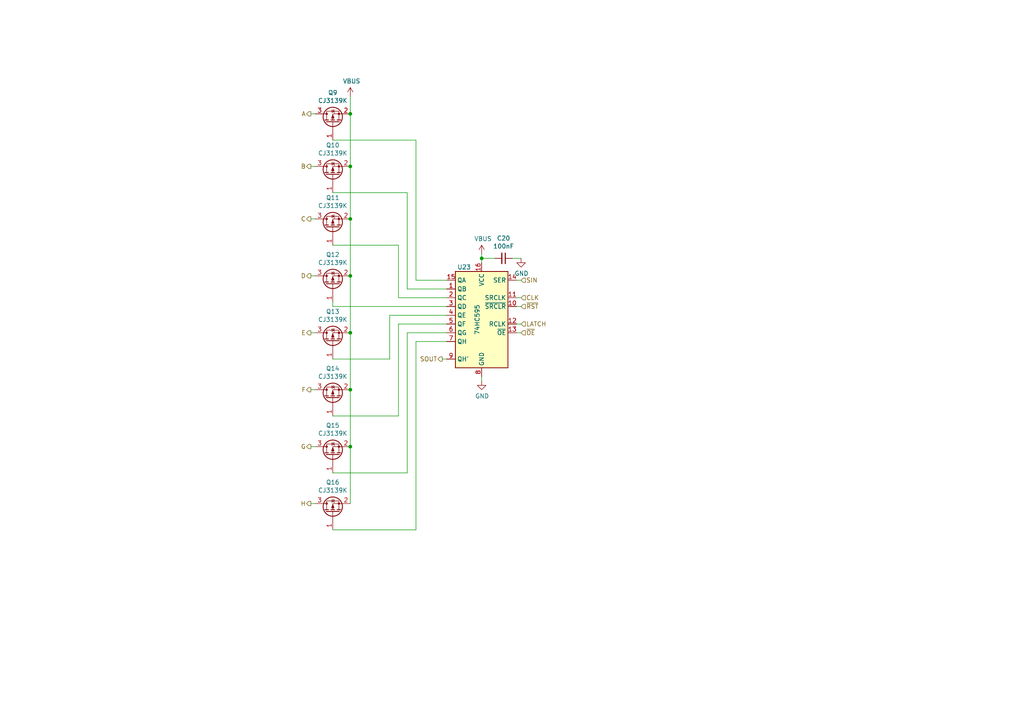
<source format=kicad_sch>
(kicad_sch (version 20211123) (generator eeschema)
  (paper "A4")
  (lib_symbols
    (symbol "74xx:74HC595"
      (property "Reference" "U" (at -7.62 13.97 0))
      (property "Value" "74HC595" (at -7.62 -16.51 0))
      (symbol "74HC595_1_0"
        (pin tri_state line (at 10.16 7.62 180) (length 2.54) (name "QB") (number "1"))
        (pin input line (at -10.16 2.54 0) (length 2.54) (name "~{SRCLR}") (number "10"))
        (pin input line (at -10.16 5.08 0) (length 2.54) (name "SRCLK") (number "11"))
        (pin input line (at -10.16 -2.54 0) (length 2.54) (name "RCLK") (number "12"))
        (pin input line (at -10.16 -5.08 0) (length 2.54) (name "~{OE}") (number "13"))
        (pin input line (at -10.16 10.16 0) (length 2.54) (name "SER") (number "14"))
        (pin tri_state line (at 10.16 10.16 180) (length 2.54) (name "QA") (number "15"))
        (pin power_in line (at 0 15.24 270) (length 2.54) (name "VCC") (number "16"))
        (pin tri_state line (at 10.16 5.08 180) (length 2.54) (name "QC") (number "2"))
        (pin tri_state line (at 10.16 2.54 180) (length 2.54) (name "QD") (number "3"))
        (pin tri_state line (at 10.16 0 180) (length 2.54) (name "QE") (number "4"))
        (pin tri_state line (at 10.16 -2.54 180) (length 2.54) (name "QF") (number "5"))
        (pin tri_state line (at 10.16 -5.08 180) (length 2.54) (name "QG") (number "6"))
        (pin tri_state line (at 10.16 -7.62 180) (length 2.54) (name "QH") (number "7"))
        (pin power_in line (at 0 -17.78 90) (length 2.54) (name "GND") (number "8"))
        (pin output line (at 10.16 -12.7 180) (length 2.54) (name "QH'") (number "9"))
      )
      (symbol "74HC595_1_1"
        (rectangle (start -7.62 12.7) (end 7.62 -15.24) (stroke (width 0.254)) (fill (type background)))
      )
    )
    (symbol "Device:C_Small" (pin_numbers hide) (pin_names (offset 0.254) hide)
      (property "Reference" "C" (at 0.254 1.778 0))
      (property "Value" "C_Small" (at 0.254 -2.032 0))
      (symbol "C_Small_0_1"
        (polyline (pts (xy -1.524 -0.508) (xy 1.524 -0.508)) (stroke (width 0.3302)))
        (polyline (pts (xy -1.524 0.508) (xy 1.524 0.508)) (stroke (width 0.3048)))
      )
      (symbol "C_Small_1_1"
        (pin passive line (at 0 2.54 270) (length 2.032) (name "~") (number "1"))
        (pin passive line (at 0 -2.54 90) (length 2.032) (name "~") (number "2"))
      )
    )
    (symbol "Transistor_FET:BSS84" (pin_names hide)
      (property "Reference" "Q" (at 5.08 1.905 0))
      (property "Value" "BSS84" (at 5.08 0 0))
      (symbol "BSS84_0_1"
        (polyline (pts (xy 0.254 0) (xy -2.54 0)))
        (polyline (pts (xy 0.254 1.905) (xy 0.254 -1.905)) (stroke (width 0.254)))
        (polyline (pts (xy 0.762 -1.27) (xy 0.762 -2.286)) (stroke (width 0.254)))
        (polyline (pts (xy 0.762 0.508) (xy 0.762 -0.508)) (stroke (width 0.254)))
        (polyline (pts (xy 0.762 2.286) (xy 0.762 1.27)) (stroke (width 0.254)))
        (polyline (pts (xy 2.54 2.54) (xy 2.54 1.778)))
        (polyline (pts (xy 2.54 -2.54) (xy 2.54 0) (xy 0.762 0)))
        (polyline (pts (xy 0.762 1.778) (xy 3.302 1.778) (xy 3.302 -1.778) (xy 0.762 -1.778)))
        (polyline (pts (xy 2.286 0) (xy 1.27 0.381) (xy 1.27 -0.381) (xy 2.286 0)) (fill (type outline)))
        (polyline (pts (xy 2.794 -0.508) (xy 2.921 -0.381) (xy 3.683 -0.381) (xy 3.81 -0.254)))
        (polyline (pts (xy 3.302 -0.381) (xy 2.921 0.254) (xy 3.683 0.254) (xy 3.302 -0.381)))
        (circle (center 1.651 0) (radius 2.794) (stroke (width 0.254)))
        (circle (center 2.54 -1.778) (radius 0.254) (fill (type outline)))
        (circle (center 2.54 1.778) (radius 0.254) (fill (type outline)))
      )
      (symbol "BSS84_1_1"
        (pin input line (at -5.08 0 0) (length 2.54) (name "G") (number "1"))
        (pin passive line (at 2.54 -5.08 90) (length 2.54) (name "S") (number "2"))
        (pin passive line (at 2.54 5.08 270) (length 2.54) (name "D") (number "3"))
      )
    )
    (symbol "power:GND" (power) (pin_names (offset 0))
      (property "Value" "GND" (at 0 -3.81 0))
      (symbol "GND_0_1"
        (polyline (pts (xy 0 0) (xy 0 -1.27) (xy 1.27 -1.27) (xy 0 -2.54) (xy -1.27 -1.27) (xy 0 -1.27)))
      )
      (symbol "GND_1_1"
        (pin power_in line (at 0 0 270) (length 0) hide (name "GND") (number "1"))
      )
    )
    (symbol "power:VBUS" (power) (pin_names (offset 0))
      (property "Value" "VBUS" (at 0 3.81 0))
      (symbol "VBUS_0_1"
        (polyline (pts (xy -0.762 1.27) (xy 0 2.54)))
        (polyline (pts (xy 0 0) (xy 0 2.54)))
        (polyline (pts (xy 0 2.54) (xy 0.762 1.27)))
      )
      (symbol "VBUS_1_1"
        (pin power_in line (at 0 0 90) (length 0) hide (name "VBUS") (number "1"))
      )
    )
  )
  (junction (at 101.6 80.01))
  (junction (at 101.6 113.03))
  (junction (at 101.6 129.54))
  (junction (at 101.6 33.02))
  (junction (at 139.7 74.93))
  (junction (at 101.6 63.5))
  (junction (at 101.6 48.26))
  (junction (at 101.6 96.52))
  (wire (pts (xy 129.54 81.28) (xy 120.65 81.28)))
  (wire (pts (xy 139.7 73.66) (xy 139.7 74.93)))
  (wire (pts (xy 151.13 93.98) (xy 149.86 93.98)))
  (wire (pts (xy 101.6 113.03) (xy 101.6 129.54)))
  (wire (pts (xy 115.57 86.36) (xy 115.57 71.12)))
  (wire (pts (xy 129.54 88.9) (xy 96.52 88.9)))
  (wire (pts (xy 101.6 63.5) (xy 101.6 80.01)))
  (wire (pts (xy 101.6 33.02) (xy 101.6 48.26)))
  (wire (pts (xy 101.6 33.02) (xy 101.6 27.94)))
  (wire (pts (xy 129.54 86.36) (xy 115.57 86.36)))
  (wire (pts (xy 129.54 93.98) (xy 115.57 93.98)))
  (wire (pts (xy 129.54 83.82) (xy 118.11 83.82)))
  (wire (pts (xy 151.13 96.52) (xy 149.86 96.52)))
  (wire (pts (xy 118.11 83.82) (xy 118.11 55.88)))
  (wire (pts (xy 151.13 86.36) (xy 149.86 86.36)))
  (wire (pts (xy 90.17 48.26) (xy 91.44 48.26)))
  (wire (pts (xy 120.65 40.64) (xy 96.52 40.64)))
  (wire (pts (xy 90.17 33.02) (xy 91.44 33.02)))
  (wire (pts (xy 101.6 96.52) (xy 101.6 113.03)))
  (wire (pts (xy 113.03 104.14) (xy 96.52 104.14)))
  (wire (pts (xy 115.57 71.12) (xy 96.52 71.12)))
  (wire (pts (xy 90.17 146.05) (xy 91.44 146.05)))
  (wire (pts (xy 113.03 91.44) (xy 113.03 104.14)))
  (wire (pts (xy 120.65 81.28) (xy 120.65 40.64)))
  (wire (pts (xy 148.59 74.93) (xy 151.13 74.93)))
  (wire (pts (xy 128.27 104.14) (xy 129.54 104.14)))
  (wire (pts (xy 101.6 129.54) (xy 101.6 146.05)))
  (wire (pts (xy 90.17 96.52) (xy 91.44 96.52)))
  (wire (pts (xy 90.17 113.03) (xy 91.44 113.03)))
  (wire (pts (xy 151.13 88.9) (xy 149.86 88.9)))
  (wire (pts (xy 101.6 80.01) (xy 101.6 96.52)))
  (wire (pts (xy 118.11 96.52) (xy 118.11 137.16)))
  (wire (pts (xy 151.13 81.28) (xy 149.86 81.28)))
  (wire (pts (xy 90.17 63.5) (xy 91.44 63.5)))
  (wire (pts (xy 101.6 48.26) (xy 101.6 63.5)))
  (wire (pts (xy 139.7 74.93) (xy 139.7 76.2)))
  (wire (pts (xy 139.7 110.49) (xy 139.7 109.22)))
  (wire (pts (xy 115.57 93.98) (xy 115.57 120.65)))
  (wire (pts (xy 96.52 88.9) (xy 96.52 87.63)))
  (wire (pts (xy 115.57 120.65) (xy 96.52 120.65)))
  (wire (pts (xy 118.11 137.16) (xy 96.52 137.16)))
  (wire (pts (xy 129.54 96.52) (xy 118.11 96.52)))
  (wire (pts (xy 90.17 129.54) (xy 91.44 129.54)))
  (wire (pts (xy 90.17 80.01) (xy 91.44 80.01)))
  (wire (pts (xy 120.65 153.67) (xy 96.52 153.67)))
  (wire (pts (xy 129.54 91.44) (xy 113.03 91.44)))
  (wire (pts (xy 129.54 99.06) (xy 120.65 99.06)))
  (wire (pts (xy 143.51 74.93) (xy 139.7 74.93)))
  (wire (pts (xy 118.11 55.88) (xy 96.52 55.88)))
  (wire (pts (xy 120.65 99.06) (xy 120.65 153.67)))
  (hierarchical_label "G" (shape output) (at 90.17 129.54 180))
  (hierarchical_label "LATCH" (shape input) (at 151.13 93.98 0))
  (hierarchical_label "F" (shape output) (at 90.17 113.03 180))
  (hierarchical_label "C" (shape output) (at 90.17 63.5 180))
  (hierarchical_label "H" (shape output) (at 90.17 146.05 180))
  (hierarchical_label "SIN" (shape input) (at 151.13 81.28 0))
  (hierarchical_label "~{OE}" (shape input) (at 151.13 96.52 0))
  (hierarchical_label "D" (shape output) (at 90.17 80.01 180))
  (hierarchical_label "CLK" (shape input) (at 151.13 86.36 0))
  (hierarchical_label "SOUT" (shape output) (at 128.27 104.14 180))
  (hierarchical_label "~{RST}" (shape input) (at 151.13 88.9 0))
  (hierarchical_label "E" (shape output) (at 90.17 96.52 180))
  (hierarchical_label "B" (shape output) (at 90.17 48.26 180))
  (hierarchical_label "A" (shape output) (at 90.17 33.02 180))
  (symbol (lib_id "power:GND") (at 139.7 110.49 0)
    (property "Reference" "#PWR0159" (effects hide))
    (property "Value" "GND" (at 139.827 114.8842 0))
  )
  (symbol (lib_id "power:GND") (at 151.13 74.93 0)
    (property "Reference" "#PWR0160" (effects hide))
    (property "Value" "GND" (at 151.257 79.3242 0))
  )
  (symbol (lib_id "Device:C_Small") (at 146.05 74.93 270)
    (property "Reference" "C20" (at 146.05 69.1134 90))
    (property "Value" "100nF" (at 146.05 71.4248 90))
    (property "Footprint" "Capacitor_SMD:C_0402_1005Metric" (effects hide))
    (property "LCSC" "C1525" (effects hide))
  )
  (symbol (lib_id "power:VBUS") (at 139.7 73.66 0)
    (property "Reference" "#PWR0161" (effects hide))
    (property "Value" "VBUS" (at 140.081 69.2658 0))
  )
  (symbol (lib_id "74xx:74HC595") (at 139.7 91.44 0) (mirror y)
    (property "Reference" "U23" (at 134.62 77.47 0))
    (property "Value" "74HC595" (at 138.43 92.71 90))
    (property "Footprint" "Package_Texas:X1QFN-16-2.5x2.5-EP-1.2" (effects hide))
    (property "Datasheet" "http://www.ti.com/lit/ds/symlink/sn74hc595.pdf" (effects hide))
    (property "LCSC" "C2682068" (effects hide))
  )
  (symbol (lib_id "Transistor_FET:BSS84") (at 96.52 35.56 90)
    (property "Reference" "Q9" (at 96.52 26.8732 90))
    (property "Value" "CJ3139K" (at 96.52 29.1846 90))
    (property "Footprint" "Package_TO_SOT_SMD:SOT-723" (effects hide))
    (property "LCSC" "C70022" (effects hide))
  )
  (symbol (lib_id "power:VBUS") (at 101.6 27.94 0)
    (property "Reference" "#PWR0162" (effects hide))
    (property "Value" "VBUS" (at 101.981 23.5458 0))
  )
  (symbol (lib_id "Transistor_FET:BSS84") (at 96.52 50.8 90)
    (property "Reference" "Q10" (at 96.52 42.1132 90))
    (property "Value" "CJ3139K" (at 96.52 44.4246 90))
    (property "Footprint" "Package_TO_SOT_SMD:SOT-723" (effects hide))
    (property "LCSC" "C70022" (effects hide))
  )
  (symbol (lib_id "Transistor_FET:BSS84") (at 96.52 66.04 90)
    (property "Reference" "Q11" (at 96.52 57.3532 90))
    (property "Value" "CJ3139K" (at 96.52 59.6646 90))
    (property "Footprint" "Package_TO_SOT_SMD:SOT-723" (effects hide))
    (property "LCSC" "C70022" (effects hide))
  )
  (symbol (lib_id "Transistor_FET:BSS84") (at 96.52 82.55 90)
    (property "Reference" "Q12" (at 96.52 73.8632 90))
    (property "Value" "CJ3139K" (at 96.52 76.1746 90))
    (property "Footprint" "Package_TO_SOT_SMD:SOT-723" (effects hide))
    (property "LCSC" "C70022" (effects hide))
  )
  (symbol (lib_id "Transistor_FET:BSS84") (at 96.52 99.06 90)
    (property "Reference" "Q13" (at 96.52 90.3732 90))
    (property "Value" "CJ3139K" (at 96.52 92.6846 90))
    (property "Footprint" "Package_TO_SOT_SMD:SOT-723" (effects hide))
    (property "LCSC" "C70022" (effects hide))
  )
  (symbol (lib_id "Transistor_FET:BSS84") (at 96.52 115.57 90)
    (property "Reference" "Q14" (at 96.52 106.8832 90))
    (property "Value" "CJ3139K" (at 96.52 109.1946 90))
    (property "Footprint" "Package_TO_SOT_SMD:SOT-723" (effects hide))
    (property "LCSC" "C70022" (effects hide))
  )
  (symbol (lib_id "Transistor_FET:BSS84") (at 96.52 132.08 90)
    (property "Reference" "Q15" (at 96.52 123.3932 90))
    (property "Value" "CJ3139K" (at 96.52 125.7046 90))
    (property "Footprint" "Package_TO_SOT_SMD:SOT-723" (effects hide))
    (property "LCSC" "C70022" (effects hide))
  )
  (symbol (lib_id "Transistor_FET:BSS84") (at 96.52 148.59 90)
    (property "Reference" "Q16" (at 96.52 139.9032 90))
    (property "Value" "CJ3139K" (at 96.52 142.2146 90))
    (property "Footprint" "Package_TO_SOT_SMD:SOT-723" (effects hide))
    (property "LCSC" "C70022" (effects hide))
  )
)
</source>
